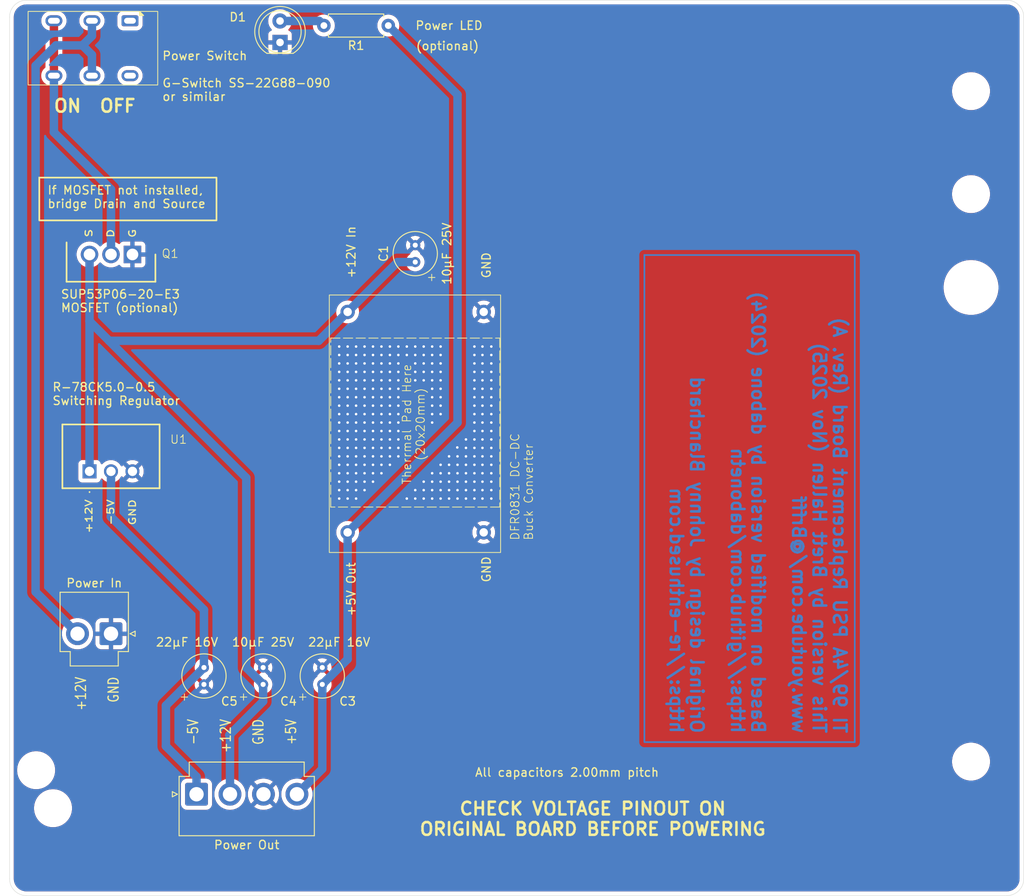
<source format=kicad_pcb>
(kicad_pcb (version 20241229) (generator "pcbnew") (generator_version "9.0")
  (title_block (title "Texas Instruments TI 99/4A PSU Replacement") (date "1/NOV/2025") (rev "A") (company "Brett Hallen") (comment 1 "www.youtube.com/@Brfff") (comment 2 "Modified design: dabonetn") (comment 3 "Original design: Johnny Blanchard"))
  (layers (0 "F.Cu" signal) (2 "B.Cu" signal) (13 "F.Paste" user) (15 "B.Paste" user) (5 "F.SilkS" user "F.Silkscreen") (7 "B.SilkS" user "B.Silkscreen") (1 "F.Mask" user) (3 "B.Mask" user) (25 "Edge.Cuts" user))
  (net 0 "")
  (net 1 "GND")
  (net 2 "+12V")
  (net 3 "+5V")
  (net 4 "-5V")
  (net 5 "Net-(J1-Pin_2)")
  (net 6 "Net-(Q1-D)")
  (net 7 "Net-(D1-A)")
  (footprint "Connector_JST:JST_VH_B2P-VH_1x02_P3.96mm_Vertical" (layer "F.Cu") (at 90 124 180)
    (property "Reference" "J1" (hide yes))
    (property "Value" "Power In" (at 1.98 6 0) (layer "F.SilkS"))
    (fp_line (start 6.02 4.91) (end -2.06 4.91) (stroke (width 0.12)) (layer "F.SilkS"))
    (fp_line (start 6.02 -2.11) (end 6.02 4.91) (stroke (width 0.12)) (layer "F.SilkS"))
    (fp_line (start 4.82 -2.11) (end 6.02 -2.11) (stroke (width 0.12)) (layer "F.SilkS"))
    (fp_line (start 4.82 -3.81) (end 4.82 -2.11) (stroke (width 0.12)) (layer "F.SilkS"))
    (fp_line (start -0.86 -2.11) (end -0.86 -3.81) (stroke (width 0.12)) (layer "F.SilkS"))
    (fp_line (start -0.86 -3.81) (end 4.82 -3.81) (stroke (width 0.12)) (layer "F.SilkS"))
    (fp_line (start -2.06 4.91) (end -2.06 -2.11) (stroke (width 0.12)) (layer "F.SilkS"))
    (fp_line (start -2.06 -2.11) (end -0.86 -2.11) (stroke (width 0.12)) (layer "F.SilkS"))
    (fp_line (start -2.26 0) (end -2.86 0.3) (stroke (width 0.12)) (layer "F.SilkS"))
    (fp_line (start -2.86 0.3) (end -2.86 -0.3) (stroke (width 0.12)) (layer "F.SilkS"))
    (fp_line (start -2.86 -0.3) (end -2.26 0) (stroke (width 0.12)) (layer "F.SilkS"))
    (pad "1" thru_hole roundrect (at 0 0 180) (size 2.7 2.7) (drill 1.7) (layers "*.Cu" "*.Mask") (roundrect_rratio 0.092593) (net 1 "GND"))
    (pad "2" thru_hole circle (at 3.96 0 180) (size 2.7 2.7) (drill 1.7) (layers "*.Cu" "*.Mask") (net 5 "Net-(J1-Pin_2)"))
  )
  (footprint "Capacitor_THT:C_Radial_D5.0mm_H5.0mm_P2.00mm" (layer "F.Cu") (at 101 130 90)
    (property "Reference" "C5" (at -2 3 180) (layer "F.SilkS"))
    (property "Value" "22µF 16V" (at 5 -2 180) (layer "F.SilkS"))
    (fp_circle (center 1 0) (end 3.62 0) (stroke (width 0.12)) (fill no) (layer "F.SilkS"))
    (pad "1" thru_hole circle (at 0 0 90) (size 1.2 1.2) (drill 0.6) (layers "*.Cu" "*.Mask") (net 1 "GND"))
    (pad "2" thru_hole circle (at 2 0 90) (size 1.2 1.2) (drill 0.6) (layers "*.Cu" "*.Mask") (net 4 "-5V"))
  )
  (footprint "Clueless_Engineer:R78CK5005" (layer "F.Cu") (at 87.46 104.775)
    (property "Reference" "U1" (at 10.54 -3.775 0) (layer "F.SilkS") (effects (font (thickness 0.1))))
    (property "Value" "R-78CK5.0-0.5" (hide yes))
    (fp_line (start -3.21 -5.55) (end -3.21 2) (stroke (width 0.2)) (layer "F.SilkS"))
    (fp_line (start -3.21 2) (end 8.29 2) (stroke (width 0.2)) (layer "F.SilkS"))
    (fp_line (start 0 2.4) (end 0 2.4) (stroke (width 0.1)) (layer "F.SilkS"))
    (fp_line (start 0 2.5) (end 0 2.5) (stroke (width 0.1)) (layer "F.SilkS"))
    (fp_line (start 8.29 -5.55) (end -3.21 -5.55) (stroke (width 0.2)) (layer "F.SilkS"))
    (fp_line (start 8.29 2) (end 8.29 -5.55) (stroke (width 0.2)) (layer "F.SilkS"))
    (fp_arc (start 0 2.4) (mid 0.05 2.45) (end 0 2.5) (stroke (width 0.1)) (layer "F.SilkS"))
    (fp_arc (start 0 2.5) (mid -0.05 2.45) (end 0 2.4) (stroke (width 0.1)) (layer "F.SilkS"))
    (pad "1" thru_hole rect (at 0 0) (size 1.665 1.665) (drill 1.11) (layers "*.Cu" "*.Mask") (net 2 "+12V"))
    (pad "2" thru_hole circle (at 2.54 0) (size 1.665 1.665) (drill 1.11) (layers "*.Cu" "*.Mask") (net 4 "-5V"))
    (pad "3" thru_hole circle (at 5.08 0) (size 1.665 1.665) (drill 1.11) (layers "*.Cu" "*.Mask") (net 1 "GND"))
  )
  (footprint "MountingHole:MountingHole_4mm" (layer "F.Cu") (at 191.76 139.138)
    (property "Reference" "H3" (hide yes))
    (property "Value" "MountingHole" (hide yes))
    (pad "" np_thru_hole circle (at 0 0) (size 4 4) (drill 4) (layers "*.Cu" "*.Mask"))
  )
  (footprint "Capacitor_THT:C_Radial_D5.0mm_H5.0mm_P2.00mm" (layer "F.Cu") (at 115 130 90)
    (property "Reference" "C3" (at -2 3 180) (layer "F.SilkS"))
    (property "Value" "22µF 16V" (at 5 2 180) (layer "F.SilkS"))
    (fp_circle (center 1 0) (end 3.62 0) (stroke (width 0.12)) (fill no) (layer "F.SilkS"))
    (pad "1" thru_hole circle (at 0 0 90) (size 1.2 1.2) (drill 0.6) (layers "*.Cu" "*.Mask") (net 3 "+5V"))
    (pad "2" thru_hole circle (at 2 0 90) (size 1.2 1.2) (drill 0.6) (layers "*.Cu" "*.Mask") (net 1 "GND"))
  )
  (footprint "LED_THT:LED_D5.0mm" (layer "F.Cu") (at 110 54 90)
    (property "Reference" "D1" (at 3 -5 180) (layer "F.SilkS"))
    (property "Value" "Power LED" (at 2 20 180) (layer "F.SilkS"))
    (fp_line (start -1.29 -1.545) (end -1.29 1.545) (stroke (width 0.12)) (layer "F.SilkS"))
    (fp_arc (start -1.29 -1.54483) (mid 2.071779 -2.880495) (end 4.26 0) (stroke (width 0.12)) (layer "F.SilkS"))
    (fp_arc (start 4.26 0) (mid 2.071779 2.880495) (end -1.29 1.54483) (stroke (width 0.12)) (layer "F.SilkS"))
    (fp_circle (center 1.27 0) (end 3.77 0) (stroke (width 0.12)) (fill no) (layer "F.SilkS"))
    (pad "1" thru_hole rect (at 0 0 90) (size 1.8 1.8) (drill 0.9) (layers "*.Cu" "*.Mask") (net 1 "GND"))
    (pad "2" thru_hole circle (at 2.54 0 90) (size 1.8 1.8) (drill 0.9) (layers "*.Cu" "*.Mask") (net 7 "Net-(D1-A)"))
  )
  (footprint "Clueless_Engineer:DFR0831" (layer "F.Cu") (at 137.831 97.38 -90)
    (property "Reference" "U2" (hide yes))
    (property "Value" "DFR0831" (hide yes))
    (fp_rect (start -13.48 1.731) (end 17 22) (stroke (width 0.1)) (fill no) (layer "F.SilkS"))
    (fp_text user "GND" (at -15.38 2.831 90) (layer "F.SilkS") (effects (justify left bottom)))
    (fp_text user "GND" (at 20.62 2.831 90) (layer "F.SilkS") (effects (justify left bottom)))
    (fp_text user "+5V Out" (at 24.62 18.831 90) (layer "F.SilkS") (effects (justify left bottom)))
    (fp_text user "+12V In" (at -15.38 18.831 90) (layer "F.SilkS") (effects (justify left bottom)))
    (pad "1" thru_hole circle (at -11.48 3.731 270) (size 1.7 1.7) (drill 1) (layers "*.Cu" "*.Mask") (net 1 "GND"))
    (pad "2" thru_hole circle (at -11.48 19.831 270) (size 1.7 1.7) (drill 1) (layers "*.Cu" "*.Mask") (net 2 "+12V"))
    (pad "3" thru_hole circle (at 14.62 3.731 270) (size 1.7 1.7) (drill 1) (layers "*.Cu" "*.Mask") (net 1 "GND"))
    (pad "4" thru_hole circle (at 14.62 19.831 270) (size 1.7 1.7) (drill 1) (layers "*.Cu" "*.Mask") (net 3 "+5V"))
  )
  (footprint "Clueless_Engineer:SS-22G88-G090 DPDT" (layer "F.Cu") (at 92.2471 51.4331 180)
    (property "Reference" "SW1" (hide yes))
    (property "Value" "SW_Slide_DPDT" (hide yes))
    (fp_rect (start -3.282885 -7.600678) (end 12.05 1.11) (stroke (width 0.1)) (fill no) (layer "F.SilkS"))
    (fp_poly (pts (xy -1.131098 0.63) (xy -1.131098 1.11) (xy -1.611098 0.63) (xy -1.131098 0.63)) (stroke (width 0.12)) (fill yes) (layer "F.SilkS"))
    (pad "1" thru_hole roundrect (at 0 0 180) (size 2 1.3) (drill oval 1.4 0.7) (layers "*.Cu" "*.Mask") (roundrect_rratio 0.1785714286))
    (pad "2" thru_hole oval (at 4.5 0 180) (size 2 1.3) (drill oval 1.4 0.7) (layers "*.Cu" "*.Mask") (net 5 "Net-(J1-Pin_2)"))
    (pad "3" thru_hole oval (at 9 -6.5 180) (size 2 1.3) (drill oval 1.4 0.7) (layers "*.Cu" "*.Mask") (net 6 "Net-(Q1-D)"))
    (pad "4" thru_hole oval (at 9 0 180) (size 2 1.3) (drill oval 1.4 0.7) (layers "*.Cu" "*.Mask") (net 6 "Net-(Q1-D)"))
    (pad "5" thru_hole oval (at 4.5 -6.5 180) (size 2 1.3) (drill oval 1.4 0.7) (layers "*.Cu" "*.Mask") (net 5 "Net-(J1-Pin_2)"))
    (pad "6" thru_hole oval (at 0 -6.5 180) (size 2 1.3) (drill oval 1.4 0.7) (layers "*.Cu" "*.Mask"))
  )
  (footprint "Resistor_THT:R_Axial_DIN0207_L6.3mm_D2.5mm_P7.62mm_Horizontal" (layer "F.Cu") (at 122.81 52 180)
    (property "Reference" "R1" (at 3.81 -2.37 0) (layer "F.SilkS"))
    (property "Value" "2.2KΩ" (hide yes))
    (fp_line (start 7.08 1.37) (end 7.08 1.04) (stroke (width 0.12)) (layer "F.SilkS"))
    (fp_line (start 7.08 -1.37) (end 7.08 -1.04) (stroke (width 0.12)) (layer "F.SilkS"))
    (fp_line (start 0.54 1.37) (end 7.08 1.37) (stroke (width 0.12)) (layer "F.SilkS"))
    (fp_line (start 0.54 1.04) (end 0.54 1.37) (stroke (width 0.12)) (layer "F.SilkS"))
    (fp_line (start 0.54 -1.04) (end 0.54 -1.37) (stroke (width 0.12)) (layer "F.SilkS"))
    (fp_line (start 0.54 -1.37) (end 7.08 -1.37) (stroke (width 0.12)) (layer "F.SilkS"))
    (pad "1" thru_hole circle (at 0 0 180) (size 1.6 1.6) (drill 0.8) (layers "*.Cu" "*.Mask") (net 3 "+5V"))
    (pad "2" thru_hole circle (at 7.62 0 180) (size 1.6 1.6) (drill 0.8) (layers "*.Cu" "*.Mask") (net 7 "Net-(D1-A)"))
  )
  (footprint "Capacitor_THT:C_Radial_D5.0mm_H5.0mm_P2.00mm" (layer "F.Cu") (at 126 80 90)
    (property "Reference" "C1" (at 1 -3.75 90) (layer "F.SilkS"))
    (property "Value" "10µF 25V" (at 1 3.75 90) (layer "F.SilkS"))
    (fp_circle (center 1 0) (end 3.62 0) (stroke (width 0.12)) (fill no) (layer "F.SilkS"))
    (pad "1" thru_hole circle (at 0 0 90) (size 1.2 1.2) (drill 0.6) (layers "*.Cu" "*.Mask") (net 2 "+12V"))
    (pad "2" thru_hole circle (at 2 0 90) (size 1.2 1.2) (drill 0.6) (layers "*.Cu" "*.Mask") (net 1 "GND"))
  )
  (footprint "MountingHole:MountingHole_4mm" (layer "F.Cu") (at 191.76 59.763)
    (property "Reference" "H5" (hide yes))
    (property "Value" "MountingHole" (hide yes))
    (pad "" np_thru_hole circle (at 0 0) (size 4 4) (drill 4) (layers "*.Cu" "*.Mask"))
  )
  (footprint "Capacitor_THT:C_Radial_D5.0mm_H5.0mm_P2.00mm" (layer "F.Cu") (at 108 130 90)
    (property "Reference" "C4" (at -2 3 180) (layer "F.SilkS"))
    (property "Value" "10µF 25V" (at 5 0 180) (layer "F.SilkS"))
    (fp_circle (center 1 0) (end 3.62 0) (stroke (width 0.12)) (fill no) (layer "F.SilkS"))
    (pad "1" thru_hole circle (at 0 0 90) (size 1.2 1.2) (drill 0.6) (layers "*.Cu" "*.Mask") (net 2 "+12V"))
    (pad "2" thru_hole circle (at 2 0 90) (size 1.2 1.2) (drill 0.6) (layers "*.Cu" "*.Mask") (net 1 "GND"))
  )
  (footprint "Clueless_Engineer:TO254P465X1028X1931-3P" (layer "F.Cu") (at 92.54 79.1 180)
    (property "Reference" "Q1" (at -4.46 0.1 0) (layer "F.SilkS") (effects (font (thickness 0.1))))
    (property "Value" "SUP53P06-20-E3" (hide yes))
    (fp_line (start 7.795 1.425) (end 7.795 -3.225) (stroke (width 0.2)) (layer "F.SilkS"))
    (fp_line (start 7.795 -3.225) (end -2.715 -3.225) (stroke (width 0.2)) (layer "F.SilkS"))
    (fp_line (start -2.715 -3.225) (end -2.715 0) (stroke (width 0.2)) (layer "F.SilkS"))
    (pad "1" thru_hole rect (at 0 0 180) (size 2.07 2.07) (drill 1.38) (layers "*.Cu" "*.Mask") (net 1 "GND"))
    (pad "2" thru_hole circle (at 2.54 0 180) (size 2.07 2.07) (drill 1.38) (layers "*.Cu" "*.Mask") (net 6 "Net-(Q1-D)"))
    (pad "3" thru_hole circle (at 5.08 0 180) (size 2.07 2.07) (drill 1.38) (layers "*.Cu" "*.Mask") (net 2 "+12V"))
  )
  (footprint "Connector_JST:JST_VH_B4P-VH_1x04_P3.96mm_Vertical" (layer "F.Cu") (at 100.12 143)
    (property "Reference" "J2" (hide yes))
    (property "Value" "Power Out" (at 5.94 6 0) (layer "F.SilkS"))
    (fp_line (start -2.86 -0.3) (end -2.26 0) (stroke (width 0.12)) (layer "F.SilkS"))
    (fp_line (start -2.86 0.3) (end -2.86 -0.3) (stroke (width 0.12)) (layer "F.SilkS"))
    (fp_line (start -2.26 0) (end -2.86 0.3) (stroke (width 0.12)) (layer "F.SilkS"))
    (fp_line (start -2.06 -2.11) (end -0.86 -2.11) (stroke (width 0.12)) (layer "F.SilkS"))
    (fp_line (start -2.06 4.91) (end -2.06 -2.11) (stroke (width 0.12)) (layer "F.SilkS"))
    (fp_line (start -0.86 -3.81) (end 12.74 -3.81) (stroke (width 0.12)) (layer "F.SilkS"))
    (fp_line (start -0.86 -2.11) (end -0.86 -3.81) (stroke (width 0.12)) (layer "F.SilkS"))
    (fp_line (start 12.74 -3.81) (end 12.74 -2.11) (stroke (width 0.12)) (layer "F.SilkS"))
    (fp_line (start 12.74 -2.11) (end 13.94 -2.11) (stroke (width 0.12)) (layer "F.SilkS"))
    (fp_line (start 13.94 -2.11) (end 13.94 4.91) (stroke (width 0.12)) (layer "F.SilkS"))
    (fp_line (start 13.94 4.91) (end -2.06 4.91) (stroke (width 0.12)) (layer "F.SilkS"))
    (pad "1" thru_hole roundrect (at 0 0) (size 2.7 2.7) (drill 1.7) (layers "*.Cu" "*.Mask") (roundrect_rratio 0.092593) (net 4 "-5V"))
    (pad "2" thru_hole circle (at 3.96 0) (size 2.7 2.7) (drill 1.7) (layers "*.Cu" "*.Mask") (net 2 "+12V"))
    (pad "3" thru_hole circle (at 7.92 0) (size 2.7 2.7) (drill 1.7) (layers "*.Cu" "*.Mask") (net 1 "GND"))
    (pad "4" thru_hole circle (at 11.88 0) (size 2.7 2.7) (drill 1.7) (layers "*.Cu" "*.Mask") (net 3 "+5V"))
  )
  (footprint "MountingHole:MountingHole_4mm" (layer "F.Cu") (at 83.143 144.6541)
    (property "Reference" "H2" (hide yes))
    (property "Value" "MountingHole" (hide yes))
    (pad "" np_thru_hole circle (at 0 0) (size 4 4) (drill 4) (layers "*.Cu" "*.Mask"))
  )
  (footprint "MountingHole:MountingHole_6mm" (layer "F.Cu") (at 191.76 83.004)
    (property "Reference" "H6" (hide yes))
    (property "Value" "MountingHole" (hide yes))
    (pad "" np_thru_hole circle (at 0 0) (size 6 6) (drill 6) (layers "*.Cu" "*.Mask"))
  )
  (footprint "MountingHole:MountingHole_4mm" (layer "F.Cu") (at 81.143 140.154)
    (property "Reference" "H1" (hide yes))
    (property "Value" "MountingHole" (hide yes))
    (pad "" np_thru_hole circle (at 0 0) (size 4 4) (drill 4) (layers "*.Cu" "*.Mask"))
  )
  (footprint "MountingHole:MountingHole_4mm" (layer "F.Cu") (at 191.76 71.955)
    (property "Reference" "H4" (hide yes))
    (property "Value" "MountingHole" (hide yes))
    (pad "" np_thru_hole circle (at 0 0) (size 4 4) (drill 4) (layers "*.Cu" "*.Mask"))
  )
  (gr_rect (start 116 89) (end 136 109) (stroke (width 0.1) (type dash)) (fill no) (layer "F.SilkS"))
  (gr_arc (start 80 155) (mid 78.585786 154.414214) (end 78 153) (stroke (width 0.05)) (layer "Edge.Cuts"))
  (gr_line (start 80 49) (end 196 49) (stroke (width 0.05)) (layer "Edge.Cuts"))
  (gr_line (start 198 51) (end 198 153) (stroke (width 0.05)) (layer "Edge.Cuts"))
  (gr_arc (start 78 51) (mid 78.585786 49.585786) (end 80 49) (stroke (width 0.05)) (layer "Edge.Cuts"))
  (gr_line (start 196 155) (end 80 155) (stroke (width 0.05)) (layer "Edge.Cuts"))
  (gr_line (start 78 153) (end 78 51) (stroke (width 0.05)) (layer "Edge.Cuts"))
  (gr_arc (start 196 49) (mid 197.414214 49.585786) (end 198 51) (stroke (width 0.05)) (layer "Edge.Cuts"))
  (gr_arc (start 198 153) (mid 197.414214 154.414214) (end 196 155) (stroke (width 0.05)) (layer "Edge.Cuts"))
  (gr_text "-5V\n\n+12V\n\nGND\n\n+5V" (at 112 134 90) (layer "F.SilkS") (effects (font (size 1.2 1)) (justify right bottom)))
  (gr_text "SUP53P06-20-E3\nMOSFET (optional)" (at 84 86 0) (layer "F.SilkS") (effects (font (size 1 1)) (justify left bottom)))
  (gr_text "+" (at 127.262273 82.332311 0) (layer "F.SilkS") (effects (font (size 1 1) (thickness 0.1)) (justify left bottom)))
  (gr_text "+12V\n\nGND" (at 91 129 90) (layer "F.SilkS") (effects (font (size 1.2 1)) (justify right bottom)))
  (gr_text "+" (at 105 132 0) (layer "F.SilkS") (effects (font (size 1 1) (thickness 0.1)) (justify left bottom)))
  (gr_text "DFR0831 DC-DC \nBuck Converter" (at 140 113 90) (layer "F.SilkS") (effects (font (size 1 1) (thickness 0.1)) (justify left bottom)))
  (gr_text "All capacitors 2.00mm pitch" (at 133 141 0) (layer "F.SilkS") (effects (font (size 1 1)) (justify left bottom)))
  (gr_text "(optional)" (at 126 55 0) (layer "F.SilkS") (effects (font (size 1 1)) (justify left bottom)))
  (gr_text "CHECK VOLTAGE PINOUT ON\nORIGINAL BOARD BEFORE POWERING" (at 147 148 0) (layer "F.SilkS") (effects (font (size 1.5 1.5) (thickness 0.3) (bold yes)) (justify bottom)))
  (gr_text "+" (at 98 132 0) (layer "F.SilkS") (effects (font (size 1 1) (thickness 0.1)) (justify left bottom)))
  (gr_text "ON  OFF" (at 83.09 62.39 0) (layer "F.SilkS") (effects (font (size 1.5 1.5) (thickness 0.3) (bold yes)) (justify left bottom)))
  (gr_text "+" (at 112 132 0) (layer "F.SilkS") (effects (font (size 1 1) (thickness 0.1)) (justify left bottom)))
  (gr_text "Power Switch\n\nG-Switch SS-22G88-090\nor similar" (at 96 61 0) (layer "F.SilkS") (effects (font (size 1 1)) (justify left bottom)))
  (gr_text "S\n\nD\n\nG" (at 93 76 90) (layer "F.SilkS") (effects (font (size 0.8 1)) (justify right bottom)))
  (gr_text "R-78CK5.0-0.5\nSwitching Regulator" (at 83 97 0) (layer "F.SilkS") (effects (font (size 1 1)) (justify left bottom)))
  (gr_text "+12V\n\n-5V\n\nGND" (at 93 108 90) (layer "F.SilkS") (effects (font (size 0.8 1)) (justify right bottom)))
  (gr_text "Therrmal Pad Here\n(20x20mm)" (at 127.2 99.2 90) (layer "F.SilkS") (effects (font (size 1 1) (thickness 0.1)) (justify bottom)))
  (gr_text_box "TI 99/4A PSU Replacement Board (Rev. A)\nThis version by Brett Hallen (Nov 2025)\nwww.youtube.com/@Brfff\n\nBased on modified version by dabone (2024)\nhttps://github.com/dabonetn\n\nOriginal design by Johnny Blanchard\nhttps://re-enthused.com" (start 153.112363 79.169318) (end 178 136.830681) (margins 1.0025 1.0025 1.0025 1.0025) (angle 270) (layer "B.Cu") (effects (font (size 1.5 1.5) (thickness 0.3) (bold yes)) (justify left top mirror)) (border yes) (stroke (width 0.2)))
  (gr_text_box "If MOSFET not installed,\nbridge Drain and Source" (start 81.516587 70) (end 102.483412 75.066349) (margins 1.0025 1.0025 1.0025 1.0025) (layer "F.SilkS") (effects (font (size 1 1)) (justify left top)) (border yes) (stroke (width 0.2)))
  (via (at 121 91) (size 0.6) (drill 0.3) (layers "F.Cu" "B.Cu") (net 1))
  (via (at 121 100) (size 0.6) (drill 0.3) (layers "F.Cu" "B.Cu") (net 1))
  (via (at 129 93) (size 0.6) (drill 0.3) (layers "F.Cu" "B.Cu") (net 1))
  (via (at 120 96) (size 0.6) (drill 0.3) (layers "F.Cu" "B.Cu") (net 1))
  (via (at 133.951702 106.999999) (size 0.6) (drill 0.3) (layers "F.Cu" "B.Cu") (net 1))
  (via (at 133 102) (size 0.6) (drill 0.3) (layers "F.Cu" "B.Cu") (net 1))
  (via (at 117 106) (size 0.6) (drill 0.3) (layers "F.Cu" "B.Cu") (net 1))
  (via (at 122 90) (size 0.6) (drill 0.3) (layers "F.Cu" "B.Cu") (net 1))
  (via (at 122 98) (size 0.6) (drill 0.3) (layers "F.Cu" "B.Cu") (net 1))
  (via (at 118 92) (size 0.6) (drill 0.3) (layers "F.Cu" "B.Cu") (net 1))
  (via (at 118 97) (size 0.6) (drill 0.3) (layers "F.Cu" "B.Cu") (net 1))
  (via (at 121 95) (size 0.6) (drill 0.3) (layers "F.Cu" "B.Cu") (net 1))
  (via (at 124 101) (size 0.6) (drill 0.3) (layers "F.Cu" "B.Cu") (net 1))
  (via (at 131 104) (size 0.6) (drill 0.3) (layers "F.Cu" "B.Cu") (net 1))
  (via (at 121 101) (size 0.6) (drill 0.3) (layers "F.Cu" "B.Cu") (net 1))
  (via (at 117 100) (size 0.6) (drill 0.3) (layers "F.Cu" "B.Cu") (net 1))
  (via (at 133.951702 107.999999) (size 0.6) (drill 0.3) (layers "F.Cu" "B.Cu") (net 1))
  (via (at 135 108) (size 0.6) (drill 0.3) (layers "F.Cu" "B.Cu") (net 1))
  (via (at 124 98) (size 0.6) (drill 0.3) (layers "F.Cu" "B.Cu") (net 1))
  (via (at 129 108) (size 0.6) (drill 0.3) (layers "F.Cu" "B.Cu") (net 1))
  (via (at 122 99) (size 0.6) (drill 0.3) (layers "F.Cu" "B.Cu") (net 1))
  (via (at 135 104) (size 0.6) (drill 0.3) (layers "F.Cu" "B.Cu") (net 1))
  (via (at 127 94) (size 0.6) (drill 0.3) (layers "F.Cu" "B.Cu") (net 1))
  (via (at 133.951702 89.999999) (size 0.6) (drill 0.3) (layers "F.Cu" "B.Cu") (net 1))
  (via (at 128 98) (size 0.6) (drill 0.3) (layers "F.Cu" "B.Cu") (net 1))
  (via (at 133 108) (size 0.6) (drill 0.3) (layers "F.Cu" "B.Cu") (net 1))
  (via (at 135 107) (size 0.6) (drill 0.3) (layers "F.Cu" "B.Cu") (net 1))
  (via (at 117 93) (size 0.6) (drill 0.3) (layers "F.Cu" "B.Cu") (net 1))
  (via (at 133.951702 102.999999) (size 0.6) (drill 0.3) (layers "F.Cu" "B.Cu") (net 1))
  (via (at 122 97) (size 0.6) (drill 0.3) (layers "F.Cu" "B.Cu") (net 1))
  (via (at 129 104) (size 0.6) (drill 0.3) (layers "F.Cu" "B.Cu") (net 1))
  (via (at 132 105) (size 0.6) (drill 0.3) (layers "F.Cu" "B.Cu") (net 1))
  (via (at 122 92) (size 0.6) (drill 0.3) (layers "F.Cu" "B.Cu") (net 1))
  (via (at 119 94) (size 0.6) (drill 0.3) (layers "F.Cu" "B.Cu") (net 1))
  (via (at 128 92) (size 0.6) (drill 0.3) (layers "F.Cu" "B.Cu") (net 1))
  (via (at 117 94) (size 0.6) (drill 0.3) (layers "F.Cu" "B.Cu") (net 1))
  (via (at 133.951702 90.999999) (size 0.6) (drill 0.3) (layers "F.Cu" "B.Cu") (net 1))
  (via (at 135 90) (size 0.6) (drill 0.3) (layers "F.Cu" "B.Cu") (net 1))
  (via (at 133.951702 100.999999) (size 0.6) (drill 0.3) (layers "F.Cu" "B.Cu") (net 1))
  (via (at 123 100) (size 0.6) (drill 0.3) (layers "F.Cu" "B.Cu") (net 1))
  (via (at 128 91) (size 0.6) (drill 0.3) (layers "F.Cu" "B.Cu") (net 1))
  (via (at 133 98) (size 0.6) (drill 0.3) (layers "F.Cu" "B.Cu") (net 1))
  (via (at 132 107) (size 0.6) (drill 0.3) (layers "F.Cu" "B.Cu") (net 1))
  (via (at 133 107) (size 0.6) (drill 0.3) (layers "F.Cu" "B.Cu") (net 1))
  (via (at 124 95) (size 0.6) (drill 0.3) (layers "F.Cu" "B.Cu") (net 1))
  (via (at 120 97) (size 0.6) (drill 0.3) (layers "F.Cu" "B.Cu") (net 1))
  (via (at 135 106) (size 0.6) (drill 0.3) (layers "F.Cu" "B.Cu") (net 1))
  (via (at 122 105) (size 0.6) (drill 0.3) (layers "F.Cu" "B.Cu") (net 1))
  (via (at 121 103) (size 0.6) (drill 0.3) (layers "F.Cu" "B.Cu") (net 1))
  (via (at 121 97) (size 0.6) (drill 0.3) (layers "F.Cu" "B.Cu") (net 1))
  (via (at 133.951702 101.999999) (size 0.6) (drill 0.3) (layers "F.Cu" "B.Cu") (net 1))
  (via (at 123 101) (size 0.6) (drill 0.3) (layers "F.Cu" "B.Cu") (net 1))
  (via (at 124 94) (size 0.6) (drill 0.3) (layers "F.Cu" "B.Cu") (net 1))
  (via (at 118 99) (size 0.6) (drill 0.3) (layers "F.Cu" "B.Cu") (net 1))
  (via (at 121 98) (size 0.6) (drill 0.3) (layers "F.Cu" "B.Cu") (net 1))
  (via (at 128 108) (size 0.6) (drill 0.3) (layers "F.Cu" "B.Cu") (net 1))
  (via (at 121 102) (size 0.6) (drill 0.3) (layers "F.Cu" "B.Cu") (net 1))
  (via (at 135 98) (size 0.6) (drill 0.3) (layers "F.Cu" "B.Cu") (net 1))
  (via (at 123 104) (size 0.6) (drill 0.3) (layers "F.Cu" "B.Cu") (net 1))
  (via (at 133.951702 103.999999) (size 0.6) (drill 0.3) (layers "F.Cu" "B.Cu") (net 1))
  (via (at 129 91) (size 0.6) (drill 0.3) (layers "F.Cu" "B.Cu") (net 1))
  (via (at 125 108) (size 0.6) (drill 0.3) (layers "F.Cu" "B.Cu") (net 1))
  (via (at 120 102) (size 0.6) (drill 0.3) (layers "F.Cu" "B.Cu") (net 1))
  (via (at 121 90) (size 0.6) (drill 0.3) (layers "F.Cu" "B.Cu") (net 1))
  (via (at 133 93) (size 0.6) (drill 0.3) (layers "F.Cu" "B.Cu") (net 1))
  (via (at 119 92) (size 0.6) (drill 0.3) (layers "F.Cu" "B.Cu") (net 1))
  (via (at 135 102) (size 0.6) (drill 0.3) (layers "F.Cu" "B.Cu") (net 1))
  (via (at 126 92) (size 0.6) (drill 0.3) (layers "F.Cu" "B.Cu") (net 1))
  (via (at 124 90) (size 0.6) (drill 0.3) (layers "F.Cu" "B.Cu") (net 1))
  (via (at 126 90) (size 0.6) (drill 0.3) (layers "F.Cu" "B.Cu") (net 1))
  (via (at 124 103) (size 0.6) (drill 0.3) (layers "F.Cu" "B.Cu") (net 1))
  (via (at 119 100) (size 0.6) (drill 0.3) (layers "F.Cu" "B.Cu") (net 1))
  (via (at 133 97) (size 0.6) (drill 0.3) (layers "F.Cu" "B.Cu") (net 1))
  (via (at 118 105) (size 0.6) (drill 0.3) (layers "F.Cu" "B.Cu") (net 1))
  (via (at 117 103) (size 0.6) (drill 0.3) (layers "F.Cu" "B.Cu") (net 1))
  (via (at 117 98) (size 0.6) (drill 0.3) (layers "F.Cu" "B.Cu") (net 1))
  (via (at 133 104) (size 0.6) (drill 0.3) (layers "F.Cu" "B.Cu") (net 1))
  (via (at 129 90) (size 0.6) (drill 0.3) (layers "F.Cu" "B.Cu") (net 1))
  (via (at 119 97) (size 0.6) (drill 0.3) (layers "F.Cu" "B.Cu") (net 1))
  (via (at 131 106) (size 0.6) (drill 0.3) (layers "F.Cu" "B.Cu") (net 1))
  (via (at 118 100) (size 0.6) (drill 0.3) (layers "F.Cu" "B.Cu") (net 1))
  (via (at 118 103) (size 0.6) (drill 0.3) (layers "F.Cu" "B.Cu") (net 1))
  (via (at 133 96) (size 0.6) (drill 0.3) (layers "F.Cu" "B.Cu") (net 1))
  (via (at 124 100) (size 0.6) (drill 0.3) (layers "F.Cu" "B.Cu") (net 1))
  (via (at 132 104) (size 0.6) (drill 0.3) (layers "F.Cu" "B.Cu") (net 1))
  (via (at 126 94) (size 0.6) (drill 0.3) (layers "F.Cu" "B.Cu") (net 1))
  (via (at 117 102) (size 0.6) (drill 0.3) (layers "F.Cu" "B.Cu") (net 1))
  (via (at 133 90) (size 0.6) (drill 0.3) (layers "F.Cu" "B.Cu") (net 1))
  (via (at 120 106) (size 0.6) (drill 0.3) (layers "F.Cu" "B.Cu") (net 1))
  (via (at 131 107) (size 0.6) (drill 0.3) (layers "F.Cu" "B.Cu") (net 1))
  (via (at 133 91) (size 0.6) (drill 0.3) (layers "F.Cu" "B.Cu") (net 1))
  (via (at 117 108) (size 0.6) (drill 0.3) (layers "F.Cu" "B.Cu") (net 1))
  (via (at 135 92) (size 0.6) (drill 0.3) (layers "F.Cu" "B.Cu") (net 1))
  (via (at 118 98) (size 0.6) (drill 0.3) (layers "F.Cu" "B.Cu") (net 1))
  (via (at 121 104) (size 0.6) (drill 0.3) (layers "F.Cu" "B.Cu") (net 1))
  (via (at 133.951702 97.999999) (size 0.6) (drill 0.3) (layers "F.Cu" "B.Cu") (net 1))
  (via (at 128 93) (size 0.6) (drill 0.3) (layers "F.Cu" "B.Cu") (net 1))
  (via (at 120 104) (size 0.6) (drill 0.3) (layers "F.Cu" "B.Cu") (net 1))
  (via (at 133 106) (size 0.6) (drill 0.3) (layers "F.Cu" "B.Cu") (net 1))
  (via (at 133.951702 96.999999) (size 0.6) (drill 0.3) (layers "F.Cu" "B.Cu") (net 1))
  (via (at 129 97) (size 0.6) (drill 0.3) (layers "F.Cu" "B.Cu") (net 1))
  (via (at 123 96) (size 0.6) (drill 0.3) (layers "F.Cu" "B.Cu") (net 1))
  (via (at 129 96) (size 0.6) (drill 0.3) (layers "F.Cu" "B.Cu") (net 1))
  (via (at 133.951702 99.999999) (size 0.6) (drill 0.3) (layers "F.Cu" "B.Cu") (net 1))
  (via (at 135 94) (size 0.6) (drill 0.3) (layers "F.Cu" "B.Cu") (net 1))
  (via (at 118 101) (size 0.6) (drill 0.3) (layers "F.Cu" "B.Cu") (net 1))
  (via (at 119 93) (size 0.6) (drill 0.3) (layers "F.Cu" "B.Cu") (net 1))
  (via (at 135 99) (size 0.6) (drill 0.3) (layers "F.Cu" "B.Cu") (net 1))
  (via (at 133.951702 105.999999) (size 0.6) (drill 0.3) (layers "F.Cu" "B.Cu") (net 1))
  (via (at 121 105) (size 0.6) (drill 0.3) (layers "F.Cu" "B.Cu") (net 1))
  (via (at 124 97) (size 0.6) (drill 0.3) (layers "F.Cu" "B.Cu") (net 1))
  (via (at 119 104) (size 0.6) (drill 0.3) (layers "F.Cu" "B.Cu") (net 1))
  (via (at 120 105) (size 0.6) (drill 0.3) (layers "F.Cu" "B.Cu") (net 1))
  (via (at 120 95) (size 0.6) (drill 0.3) (layers "F.Cu" "B.Cu") (net 1))
  (via (at 135 95) (size 0.6) (drill 0.3) (layers "F.Cu" "B.Cu") (net 1))
  (via (at 128 96) (size 0.6) (drill 0.3) (layers "F.Cu" "B.Cu") (net 1))
  (via (at 133.951702 104.999999) (size 0.6) (drill 0.3) (layers "F.Cu" "B.Cu") (net 1))
  (via (at 126 108) (size 0.6) (drill 0.3) (layers "F.Cu" "B.Cu") (net 1))
  (via (at 117 91) (size 0.6) (drill 0.3) (layers "F.Cu" "B.Cu") (net 1))
  (via (at 129 98) (size 0.6) (drill 0.3) (layers "F.Cu" "B.Cu") (net 1))
  (via (at 123 93) (size 0.6) (drill 0.3) (layers "F.Cu" "B.Cu") (net 1))
  (via (at 133 105) (size 0.6) (drill 0.3) (layers "F.Cu" "B.Cu") (net 1))
  (via (at 128 94) (size 0.6) (drill 0.3) (layers "F.Cu" "B.Cu") (net 1))
  (via (at 128 97) (size 0.6) (drill 0.3) (layers "F.Cu" "B.Cu") (net 1))
  (via (at 135 100) (size 0.6) (drill 0.3) (layers "F.Cu" "B.Cu") (net 1))
  (via (at 135 105) (size 0.6) (drill 0.3) (layers "F.Cu" "B.Cu") (net 1))
  (via (at 130.973237 101.947821) (size 0.6) (drill 0.3) (layers "F.Cu" "B.Cu") (net 1))
  (via (at 130 106) (size 0.6) (drill 0.3) (layers "F.Cu" "B.Cu") (net 1))
  (via (at 135 91) (size 0.6) (drill 0.3) (layers "F.Cu" "B.Cu") (net 1))
  (via (at 129 94) (size 0.6) (drill 0.3) (layers "F.Cu" "B.Cu") (net 1))
  (via (at 133.951702 98.999999) (size 0.6) (drill 0.3) (layers "F.Cu" "B.Cu") (net 1))
  (via (at 117 97) (size 0.6) (drill 0.3) (layers "F.Cu" "B.Cu") (net 1))
  (via (at 119 96) (size 0.6) (drill 0.3) (layers "F.Cu" "B.Cu") (net 1))
  (via (at 124 91) (size 0.6) (drill 0.3) (layers "F.Cu" "B.Cu") (net 1))
  (via (at 129 95) (size 0.6) (drill 0.3) (layers "F.Cu" "B.Cu") (net 1))
  (via (at 119 102) (size 0.6) (drill 0.3) (layers "F.Cu" "B.Cu") (net 1))
  (via (at 120 107) (size 0.6) (drill 0.3) (layers "F.Cu" "B.Cu") (net 1))
  (via (at 135 96) (size 0.6) (drill 0.3) (layers "F.Cu" "B.Cu") (net 1))
  (via (at 120 101) (size 0.6) (drill 0.3) (layers "F.Cu" "B.Cu") (net 1))
  (via (at 117 92) (size 0.6) (drill 0.3) (layers "F.Cu" "B.Cu") (net 1))
  (via (at 133 103) (size 0.6) (drill 0.3) (layers "F.Cu" "B.Cu") (net 1))
  (via (at 132 102) (size 0.6) (drill 0.3) (layers "F.Cu" "B.Cu") (net 1))
  (via (at 119 105) (size 0.6) (drill 0.3) (layers "F.Cu" "B.Cu") (net 1))
  (via (at 119 90) (size 0.6) (drill 0.3) (layers "F.Cu" "B.Cu") (net 1))
  (via (at 133.951702 94.999999) (size 0.6) (drill 0.3) (layers "F.Cu" "B.Cu") (net 1))
  (via (at 123 94) (size 0.6) (drill 0.3) (layers "F.Cu" "B.Cu") (net 1))
  (via (at 135 93) (size 0.6) (drill 0.3) (layers "F.Cu" "B.Cu") (net 1))
  (via (at 117 105) (size 0.6) (drill 0.3) (layers "F.Cu" "B.Cu") (net 1))
  (via (at 120 93) (size 0.6) (drill 0.3) (layers "F.Cu" "B.Cu") (net 1))
  (via (at 118 90) (size 0.6) (drill 0.3) (layers "F.Cu" "B.Cu") (net 1))
  (via (at 123 95) (size 0.6) (drill 0.3) (layers "F.Cu" "B.Cu") (net 1))
  (via (at 133.951702 91.999999) (size 0.6) (drill 0.3) (layers "F.Cu" "B.Cu") (net 1))
  (via (at 132 101) (size 0.6) (drill 0.3) (layers "F.Cu" "B.Cu") (net 1))
  (via (at 128 95) (size 0.6) (drill 0.3) (layers "F.Cu" "B.Cu") (net 1))
  (via (at 120 90) (size 0.6) (drill 0.3) (layers "F.Cu" "B.Cu") (net 1))
  (via (at 125 91) (size 0.6) (drill 0.3) (layers "F.Cu" "B.Cu") (net 1))
  (via (at 124 93) (size 0.6) (drill 0.3) (layers "F.Cu" "B.Cu") (net 1))
  (via (at 123 97) (size 0.6) (drill 0.3) (layers "F.Cu" "B.Cu") (net 1))
  (via (at 118 96) (size 0.6) (drill 0.3) (layers "F.Cu" "B.Cu") (net 1))
  (via (at 123 99) (size 0.6) (drill 0.3) (layers "F.Cu" "B.Cu") (net 1))
  (via (at 131 105) (size 0.6) (drill 0.3) (layers "F.Cu" "B.Cu") (net 1))
  (via (at 118 95) (size 0.6) (drill 0.3) (layers "F.Cu" "B.Cu") (net 1))
  (via (at 124 102) (size 0.6) (drill 0.3) (layers "F.Cu" "B.Cu") (net 1))
  (via (at 120 100) (size 0.6) (drill 0.3) (layers "F.Cu" "B.Cu") (net 1))
  (via (at 127 92) (size 0.6) (drill 0.3) (layers "F.Cu" "B.Cu") (net 1))
  (via (at 118 91) (size 0.6) (drill 0.3) (layers "F.Cu" "B.Cu") (net 1))
  (via (at 121 106) (size 0.6) (drill 0.3) (layers "F.Cu" "B.Cu") (net 1))
  (via (at 119 108) (size 0.6) (drill 0.3) (layers "F.Cu" "B.Cu") (net 1))
  (via (at 119 103) (size 0.6) (drill 0.3) (layers "F.Cu" "B.Cu") (net 1))
  (via (at 120 92) (size 0.6) (drill 0.3) (layers "F.Cu" "B.Cu") (net 1))
  (via (at 117 90) (size 0.6) (drill 0.3) (layers "F.Cu" "B.Cu") (net 1))
  (via (at 122 101) (size 0.6) (drill 0.3) (layers "F.Cu" "B.Cu") (net 1))
  (via (at 120 91) (size 0.6) (drill 0.3) (layers "F.Cu" "B.Cu") (net 1))
  (via (at 121 93) (size 0.6) (drill 0.3) (layers "F.Cu" "B.Cu") (net 1))
  (via (at 133.951702 92.999999) (size 0.6) (drill 0.3) (layers "F.Cu" "B.Cu") (net 1))
  (via (at 123 92) (size 0.6) (drill 0.3) (layers "F.Cu" "B.Cu") (net 1))
  (via (at 128 106) (size 0.6) (drill 0.3) (layers "F.Cu" "B.Cu") (net 1))
  (via (at 135 101) (size 0.6) (drill 0.3) (layers "F.Cu" "B.Cu") (net 1))
  (via (at 123 90) (size 0.6) (drill 0.3) (layers "F.Cu" "B.Cu") (net 1))
  (via (at 117 95) (size 0.6) (drill 0.3) (layers "F.Cu" "B.Cu") (net 1))
  (via (at 133.951702 93.999999) (size 0.6) (drill 0.3) (layers "F.Cu" "B.Cu") (net 1))
  (via (at 123 91) (size 0.6) (drill 0.3) (layers "F.Cu" "B.Cu") (net 1))
  (via (at 133 101) (size 0.6) (drill 0.3) (layers "F.Cu" "B.Cu") (net 1))
  (via (at 121 92) (size 0.6) (drill 0.3) (layers "F.Cu" "B.Cu") (net 1))
  (via (at 133.951702 95.999999) (size 0.6) (drill 0.3) (layers "F.Cu" "B.Cu") (net 1))
  (via (at 123 98) (size 0.6) (drill 0.3) (layers "F.Cu" "B.Cu") (net 1))
  (via (at 117 99) (size 0.6) (drill 0.3) (layers "F.Cu" "B.Cu") (net 1))
  (via (at 131 103) (size 0.6) (drill 0.3) (layers "F.Cu" "B.Cu") (net 1))
  (via (at 121 94) (size 0.6) (drill 0.3) (layers "F.Cu" "B.Cu") (net 1))
  (via (at 119 99) (size 0.6) (drill 0.3) (layers "F.Cu" "B.Cu") (net 1))
  (via (at 132 108) (size 0.6) (drill 0.3) (layers "F.Cu" "B.Cu") (net 1))
  (via (at 133 94) (size 0.6) (drill 0.3) (layers "F.Cu" "B.Cu") (net 1))
  (via (at 127 91) (size 0.6) (drill 0.3) (layers "F.Cu" "B.Cu") (net 1))
  (via (at 118 93) (size 0.6) (drill 0.3) (layers "F.Cu" "B.Cu") (net 1))
  (via (at 119 107) (size 0.6) (drill 0.3) (layers "F.Cu" "B.Cu") (net 1))
  (via (at 130 104) (size 0.6) (drill 0.3) (layers "F.Cu" "B.Cu") (net 1))
  (via (at 131 108) (size 0.6) (drill 0.3) (layers "F.Cu" "B.Cu") (net 1))
  (via (at 119 98) (size 0.6) (drill 0.3) (layers "F.Cu" "B.Cu") (net 1))
  (via (at 117 104) (size 0.6) (drill 0.3) (layers "F.Cu" "B.Cu") (net 1))
  (via (at 128 105) (size 0.6) (drill 0.3) (layers "F.Cu" "B.Cu") (net 1))
  (via (at 119 101) (size 0.6) (drill 0.3) (layers "F.Cu" "B.Cu") (net 1))
  (via (at 120 103) (size 0.6) (drill 0.3) (layers "F.Cu" "B.Cu") (net 1))
  (via (at 127 106) (size 0.6) (drill 0.3) (layers "F.Cu" "B.Cu") (net 1))
  (via (at 119 95) (size 0.6) (drill 0.3) (layers "F.Cu" "B.Cu") (net 1))
  (via (at 123 102) (size 0.6) (drill 0.3) (layers "F.Cu" "B.Cu") (net 1))
  (via (at 117 96) (size 0.6) (drill 0.3) (layers "F.Cu" "B.Cu") (net 1))
  (via (at 128 90) (size 0.6) (drill 0.3) (layers "F.Cu" "B.Cu") (net 1))
  (via (at 125 90) (size 0.6) (drill 0.3) (layers "F.Cu" "B.Cu") (net 1))
  (via (at 121 99) (size 0.6) (drill 0.3) (layers "F.Cu" "B.Cu") (net 1))
  (via (at 127 107) (size 0.6) (drill 0.3) (layers "F.Cu" "B.Cu") (net 1))
  (via (at 127 108) (size 0.6) (drill 0.3) (layers "F.Cu" "B.Cu") (net 1))
  (via (at 133 100) (size 0.6) (drill 0.3) (layers "F.Cu" "B.Cu") (net 1))
  (via (at 119 106) (size 0.6) (drill 0.3) (layers "F.Cu" "B.Cu") (net 1))
  (via (at 122 96) (size 0.6) (drill 0.3) (layers "F.Cu" "B.Cu") (net 1))
  (via (at 124 92) (size 0.6) (drill 0.3) (layers "F.Cu" "B.Cu") (net 1))
  (via (at 122 100) (size 0.6) (drill 0.3) (layers "F.Cu" "B.Cu") (net 1))
  (via (at 119 91) (size 0.6) (drill 0.3) (layers "F.Cu" "B.Cu") (net 1))
  (via (at 118 106) (size 0.6) (drill 0.3) (layers "F.Cu" "B.Cu") (net 1))
  (via (at 118 107) (size 0.6) (drill 0.3) (layers "F.Cu" "B.Cu") (net 1))
  (via (at 118 94) (size 0.6) (drill 0.3) (layers "F.Cu" "B.Cu") (net 1))
  (via (at 118 102) (size 0.6) (drill 0.3) (layers "F.Cu" "B.Cu") (net 1))
  (via (at 128 99) (size 0.6) (drill 0.3) (layers "F.Cu" "B.Cu") (net 1))
  (via (at 124 96) (size 0.6) (drill 0.3) (layers "F.Cu" "B.Cu") (net 1))
  (via (at 132 103) (size 0.6) (drill 0.3) (layers "F.Cu" "B.Cu") (net 1))
  (via (at 122 91) (size 0.6) (drill 0.3) (layers "F.Cu" "B.Cu") (net 1))
  (via (at 124 99) (size 0.6) (drill 0.3) (layers "F.Cu" "B.Cu") (net 1))
  (via (at 122 102) (size 0.6) (drill 0.3) (layers "F.Cu" "B.Cu") (net 1))
  (via (at 135 103) (size 0.6) (drill 0.3) (layers "F.Cu" "B.Cu") (net 1))
  (via (at 121 96) (size 0.6) (drill 0.3) (layers "F.Cu" "B.Cu") (net 1))
  (via (at 127 90) (size 0.6) (drill 0.3) (layers "F.Cu" "B.Cu") (net 1))
  (via (at 117 101) (size 0.6) (drill 0.3) (layers "F.Cu" "B.Cu") (net 1))
  (via (at 133 92) (size 0.6) (drill 0.3) (layers "F.Cu" "B.Cu") (net 1))
  (via (at 120 94) (size 0.6) (drill 0.3) (layers "F.Cu" "B.Cu") (net 1))
  (via (at 122 95) (size 0.6) (drill 0.3) (layers "F.Cu" "B.Cu") (net 1))
  (via (at 129 92) (size 0.6) (drill 0.3) (layers "F.Cu" "B.Cu") (net 1))
  (via (at 129 107) (size 0.6) (drill 0.3) (layers "F.Cu" "B.Cu") (net 1))
  (via (at 118 108) (size 0.6) (drill 0.3) (layers "F.Cu" "B.Cu") (net 1))
  (via (at 126 93) (size 0.6) (drill 0.3) (layers "F.Cu" "B.Cu") (net 1))
  (via (at 122 103) (size 0.6) (drill 0.3) (layers "F.Cu" "B.Cu") (net 1))
  (via (at 133 99) (size 0.6) (drill 0.3) (layers "F.Cu" "B.Cu") (net 1))
  (via (at 130 107) (size 0.6) (drill 0.3) (layers "F.Cu" "B.Cu") (net 1))
  (via (at 120 98) (size 0.6) (drill 0.3) (layers "F.Cu" "B.Cu") (net 1))
  (via (at 135 97) (size 0.6) (drill 0.3) (layers "F.Cu" "B.Cu") (net 1))
  (via (at 122 93) (size 0.6) (drill 0.3) (layers "F.Cu" "B.Cu") (net 1))
  (via (at 130 108) (size 0.6) (drill 0.3) (layers "F.Cu" "B.Cu") (net 1))
  (via (at 129 106) (size 0.6) (drill 0.3) (layers "F.Cu" "B.Cu") (net 1))
  (via (at 130 105) (size 0.6) (drill 0.3) (layers "F.Cu" "B.Cu") (net 1))
  (via (at 120 99) (size 0.6) (drill 0.3) (layers "F.Cu" "B.Cu") (net 1))
  (via (at 122 94) (size 0.6) (drill 0.3) (layers "F.Cu" "B.Cu") (net 1))
  (via (at 128 107) (size 0.6) (drill 0.3) (layers "F.Cu" "B.Cu") (net 1))
  (via (at 130 103) (size 0.6) (drill 0.3) (layers "F.Cu" "B.Cu") (net 1))
  (via (at 123 103) (size 0.6) (drill 0.3) (layers "F.Cu" "B.Cu") (net 1))
  (via (at 127 93) (size 0.6) (drill 0.3) (layers "F.Cu" "B.Cu") (net 1))
  (via (at 132 106) (size 0.6) (drill 0.3) (layers "F.Cu" "B.Cu") (net 1))
  (via (at 117 107) (size 0.6) (drill 0.3) (layers "F.Cu" "B.Cu") (net 1))
  (via (at 122 104) (size 0.6) (drill 0.3) (layers "F.Cu" "B.Cu") (net 1))
  (via (at 133 95) (size 0.6) (drill 0.3) (layers "F.Cu" "B.Cu") (net 1))
  (via (at 129 105) (size 0.6) (drill 0.3) (layers "F.Cu" "B.Cu") (net 1))
  (via (at 118 104) (size 0.6) (drill 0.3) (layers "F.Cu" "B.Cu") (net 1))
  (via (at 126 107) (size 0.6) (drill 0.3) (layers "F.Cu" "B.Cu") (net 1))
  (via (at 126 91) (size 0.6) (drill 0.3) (layers "F.Cu" "B.Cu") (net 1))
  (segment (start 123.9 80) (end 126 80) (width 1) (layer "B.Cu") (net 2))
  (segment (start 104.08 136.08) (end 104.08 143) (width 1) (layer "B.Cu") (net 2))
  (segment (start 89.78 89.32) (end 87.46 87) (width 1) (layer "B.Cu") (net 2))
  (segment (start 108 130) (end 106.007434 128.007434) (width 1) (layer "B.Cu") (net 2))
  (segment (start 87.46 104.775) (end 87.46 92.65) (width 1) (layer "B.Cu") (net 2))
  (segment (start 114.58 89.32) (end 89.78 89.32) (width 1) (layer "B.Cu") (net 2))
  (segment (start 87.46 92.65) (end 87.46 87) (width 1) (layer "B.Cu") (net 2))
  (segment (start 106.007434 128.007434) (end 106.007434 105.547434) (width 1) (layer "B.Cu") (net 2))
  (segment (start 104 136) (end 104.08 136.08) (width 1) (layer "B.Cu") (net 2))
  (segment (start 108 130) (end 108 132) (width 1) (layer "B.Cu") (net 2))
  (segment (start 87.46 87) (end 87.46 79.1) (width 1) (layer "B.Cu") (net 2))
  (segment (start 118 85.9) (end 123.9 80) (width 1) (layer "B.Cu") (net 2))
  (segment (start 118 85.9) (end 114.58 89.32) (width 1) (layer "B.Cu") (net 2))
  (segment (start 108 132) (end 104 136) (width 1) (layer "B.Cu") (net 2))
  (segment (start 106.007434 105.547434) (end 89.78 89.32) (width 1) (layer "B.Cu") (net 2))
  (segment (start 131 60.19) (end 122.81 52) (width 1) (layer "B.Cu") (net 3))
  (segment (start 118 112) (end 131 99) (width 1) (layer "B.Cu") (net 3))
  (segment (start 118 112) (end 118 127) (width 1) (layer "B.Cu") (net 3))
  (segment (start 131 99) (end 131 60.19) (width 1) (layer "B.Cu") (net 3))
  (segment (start 118 127) (end 115 130) (width 1) (layer "B.Cu") (net 3))
  (segment (start 115 130) (end 115 140) (width 1) (layer "B.Cu") (net 3))
  (segment (start 115 140) (end 112 143) (width 1) (layer "B.Cu") (net 3))
  (segment (start 100.12 140.93) (end 100.12 143) (width 1) (layer "B.Cu") (net 4))
  (segment (start 101 121.17) (end 89.99 110.16) (width 1) (layer "B.Cu") (net 4))
  (segment (start 101 128) (end 101 121.17) (width 1) (layer "B.Cu") (net 4))
  (segment (start 96.5 137.31) (end 100.12 140.93) (width 1) (layer "B.Cu") (net 4))
  (segment (start 90 110.15) (end 90 104.775) (width 1) (layer "B.Cu") (net 4))
  (segment (start 101 128) (end 96.5 132.5) (width 1) (layer "B.Cu") (net 4))
  (segment (start 96.5 132.5) (end 96.5 137.31) (width 1) (layer "B.Cu") (net 4))
  (segment (start 89.99 110.16) (end 90 110.15) (width 1) (layer "B.Cu") (net 4))
  (segment (start 81.08 119.04) (end 86.04 124) (width 1) (layer "B.Cu") (net 5))
  (segment (start 81.08 56.76) (end 81.08 119.04) (width 1) (layer "B.Cu") (net 5))
  (segment (start 86.63 54.35) (end 83.49 54.35) (width 1) (layer "B.Cu") (net 5))
  (segment (start 87.7471 55.4671) (end 86.63 54.35) (width 1) (layer "B.Cu") (net 5))
  (segment (start 87.7471 57.9331) (end 87.7471 55.4671) (width 1) (layer "B.Cu") (net 5))
  (segment (start 83.49 54.35) (end 81.08 56.76) (width 1) (layer "B.Cu") (net 5))
  (segment (start 87.7471 53.2329) (end 86.63 54.35) (width 1) (layer "B.Cu") (net 5))
  (segment (start 87.7471 51.4331) (end 87.7471 53.2329) (width 1) (layer "B.Cu") (net 5))
  (segment (start 83.2471 51.4331) (end 83.2471 57.9331) (width 1) (layer "F.Cu") (net 6))
  (segment (start 83.2471 64.6371) (end 83.2471 57.9331) (width 1) (layer "B.Cu") (net 6))
  (segment (start 90 71.39) (end 83.2471 64.6371) (width 1) (layer "B.Cu") (net 6))
  (segment (start 90 79.1) (end 90 71.39) (width 1) (layer "B.Cu") (net 6))
  (segment (start 114.65 51.46) (end 115.19 52) (width 1) (layer "B.Cu") (net 7))
  (segment (start 110 51.46) (end 114.65 51.46) (width 1) (layer "B.Cu") (net 7))
  (zone (net 1) (net_name "GND") (layer "F.Cu") (priority 1) (connect_pads (clearance 0.5)) (min_thickness 0.25) (fill yes (thermal_gap 0.5) (thermal_bridge_width 0.5))
    (polygon (pts (xy 78 155) (xy 78 49) (xy 198 49) (xy 198 155)))
  )
  (zone (net 1) (net_name "GND") (layer "B.Cu") (connect_pads (clearance 0.5)) (min_thickness 0.25) (fill yes (thermal_gap 0.5) (thermal_bridge_width 0.5))
    (polygon (pts (xy 78 155) (xy 78 49) (xy 198 49) (xy 198 155)))
  )
)
</source>
